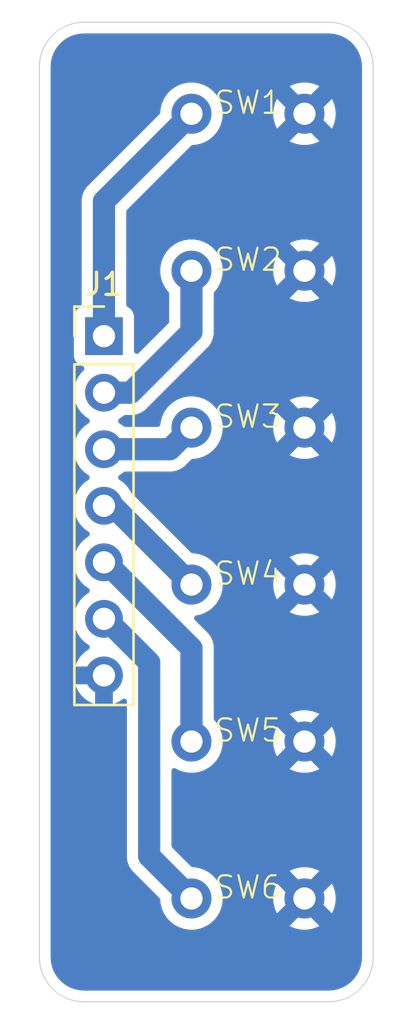
<source format=kicad_pcb>
(kicad_pcb (version 20240108) (generator "pcbnew") (generator_version "8.0")
  (title_block (title "Breadboard Tactile Push Button") (date "2024-06-14") (company "Perry Leumas"))
  (layers (0 "F.Cu" signal) (31 "B.Cu" signal) (34 "B.Paste" user) (35 "F.Paste" user) (36 "B.SilkS" user "B.Silkscreen") (37 "F.SilkS" user "F.Silkscreen") (38 "B.Mask" user) (39 "F.Mask" user) (44 "Edge.Cuts" user))
  (net 0 "")
  (net 1 "Net-(J1-Pin_1)")
  (net 2 "Net-(J1-Pin_6)")
  (net 3 "Net-(J1-Pin_5)")
  (net 4 "Net-(J1-Pin_3)")
  (net 5 "Net-(J1-Pin_2)")
  (net 6 "GND")
  (net 7 "Net-(J1-Pin_4)")
  (footprint "Connector_PinHeader_2.54mm:PinHeader_1x07_P2.54mm_Vertical" (layer "F.Cu") (at 138.9 53.1)
    (property "Reference" "J1" (at 0 -2.33 0) (layer "F.SilkS"))
    (property "Value" "Conn_01x07")
    (fp_line (start -1.33 -1.33) (end 0 -1.33) (stroke (width 0.12)) (layer "F.SilkS"))
    (fp_line (start -1.33 0) (end -1.33 -1.33) (stroke (width 0.12)) (layer "F.SilkS"))
    (fp_line (start -1.33 1.27) (end -1.33 16.57) (stroke (width 0.12)) (layer "F.SilkS"))
    (fp_line (start -1.33 1.27) (end 1.33 1.27) (stroke (width 0.12)) (layer "F.SilkS"))
    (fp_line (start -1.33 16.57) (end 1.33 16.57) (stroke (width 0.12)) (layer "F.SilkS"))
    (fp_line (start 1.33 1.27) (end 1.33 16.57) (stroke (width 0.12)) (layer "F.SilkS"))
    (pad "1" thru_hole rect (at 0 0) (size 1.7 1.7) (drill 1) (layers "*.Cu" "*.Mask") (net 1 "Net-(J1-Pin_1)"))
    (pad "2" thru_hole oval (at 0 2.54) (size 1.7 1.7) (drill 1) (layers "*.Cu" "*.Mask") (net 5 "Net-(J1-Pin_2)"))
    (pad "3" thru_hole oval (at 0 5.08) (size 1.7 1.7) (drill 1) (layers "*.Cu" "*.Mask") (net 4 "Net-(J1-Pin_3)"))
    (pad "4" thru_hole oval (at 0 7.62) (size 1.7 1.7) (drill 1) (layers "*.Cu" "*.Mask") (net 7 "Net-(J1-Pin_4)"))
    (pad "5" thru_hole oval (at 0 10.16) (size 1.7 1.7) (drill 1) (layers "*.Cu" "*.Mask") (net 3 "Net-(J1-Pin_5)"))
    (pad "6" thru_hole oval (at 0 12.7) (size 1.7 1.7) (drill 1) (layers "*.Cu" "*.Mask") (net 2 "Net-(J1-Pin_6)"))
    (pad "7" thru_hole oval (at 0 15.24) (size 1.7 1.7) (drill 1) (layers "*.Cu" "*.Mask") (net 6 "GND"))
  )
  (footprint "pl_Button_THT:push_button_6mm_2pin" (layer "F.Cu") (at 145.373 78.36)
    (property "Reference" "SW6" (at 0 -0.5 0) (layer "F.SilkS") (effects (font (thickness 0.1))))
    (property "Value" "SW_Push")
    (pad "1" thru_hole circle (at -2.54 0) (size 1.8 1.8) (drill 1) (layers "*.Cu" "*.Mask") (net 2 "Net-(J1-Pin_6)"))
    (pad "2" thru_hole circle (at 2.54 0) (size 1.8 1.8) (drill 1) (layers "*.Cu" "*.Mask") (net 6 "GND"))
  )
  (footprint "pl_Button_THT:push_button_6mm_2pin" (layer "F.Cu") (at 145.373 57.21)
    (property "Reference" "SW3" (at 0 -0.5 0) (layer "F.SilkS") (effects (font (thickness 0.1))))
    (property "Value" "SW_Push")
    (pad "1" thru_hole circle (at -2.54 0) (size 1.8 1.8) (drill 1) (layers "*.Cu" "*.Mask") (net 4 "Net-(J1-Pin_3)"))
    (pad "2" thru_hole circle (at 2.54 0) (size 1.8 1.8) (drill 1) (layers "*.Cu" "*.Mask") (net 6 "GND"))
  )
  (footprint "pl_Button_THT:push_button_6mm_2pin" (layer "F.Cu") (at 145.373 43.11)
    (property "Reference" "SW1" (at 0 -0.5 0) (layer "F.SilkS") (effects (font (thickness 0.1))))
    (property "Value" "SW_Push")
    (pad "1" thru_hole circle (at -2.54 0) (size 1.8 1.8) (drill 1) (layers "*.Cu" "*.Mask") (net 1 "Net-(J1-Pin_1)"))
    (pad "2" thru_hole circle (at 2.54 0) (size 1.8 1.8) (drill 1) (layers "*.Cu" "*.Mask") (net 6 "GND"))
  )
  (footprint "pl_Button_THT:push_button_6mm_2pin" (layer "F.Cu") (at 145.373 50.16)
    (property "Reference" "SW2" (at 0 -0.5 0) (layer "F.SilkS") (effects (font (thickness 0.1))))
    (property "Value" "SW_Push")
    (pad "1" thru_hole circle (at -2.54 0) (size 1.8 1.8) (drill 1) (layers "*.Cu" "*.Mask") (net 5 "Net-(J1-Pin_2)"))
    (pad "2" thru_hole circle (at 2.54 0) (size 1.8 1.8) (drill 1) (layers "*.Cu" "*.Mask") (net 6 "GND"))
  )
  (footprint "pl_Button_THT:push_button_6mm_2pin" (layer "F.Cu") (at 145.373 64.26)
    (property "Reference" "SW4" (at 0 -0.5 0) (layer "F.SilkS") (effects (font (thickness 0.1))))
    (property "Value" "SW_Push")
    (pad "1" thru_hole circle (at -2.54 0) (size 1.8 1.8) (drill 1) (layers "*.Cu" "*.Mask") (net 7 "Net-(J1-Pin_4)"))
    (pad "2" thru_hole circle (at 2.54 0) (size 1.8 1.8) (drill 1) (layers "*.Cu" "*.Mask") (net 6 "GND"))
  )
  (footprint "pl_Button_THT:push_button_6mm_2pin" (layer "F.Cu") (at 145.373 71.31)
    (property "Reference" "SW5" (at 0 -0.5 0) (layer "F.SilkS") (effects (font (thickness 0.1))))
    (property "Value" "SW_Push")
    (pad "1" thru_hole circle (at -2.54 0) (size 1.8 1.8) (drill 1) (layers "*.Cu" "*.Mask") (net 3 "Net-(J1-Pin_5)"))
    (pad "2" thru_hole circle (at 2.54 0) (size 1.8 1.8) (drill 1) (layers "*.Cu" "*.Mask") (net 6 "GND"))
  )
  (gr_arc (start 151 81) (mid 150.414214 82.414214) (end 149 83) (stroke (width 0.05)) (layer "Edge.Cuts"))
  (gr_line (start 151 41) (end 151 81) (stroke (width 0.05)) (layer "Edge.Cuts"))
  (gr_arc (start 136 41) (mid 136.585786 39.585786) (end 138 39) (stroke (width 0.05)) (layer "Edge.Cuts"))
  (gr_arc (start 138 83) (mid 136.585786 82.414214) (end 136 81) (stroke (width 0.05)) (layer "Edge.Cuts"))
  (gr_arc (start 149 39) (mid 150.414214 39.585786) (end 151 41) (stroke (width 0.05)) (layer "Edge.Cuts"))
  (gr_line (start 138 39) (end 149 39) (stroke (width 0.05)) (layer "Edge.Cuts"))
  (gr_line (start 149 83) (end 138 83) (stroke (width 0.05)) (layer "Edge.Cuts"))
  (gr_line (start 136 81) (end 136 41) (stroke (width 0.05)) (layer "Edge.Cuts"))
  (segment (start 138.9 47.043) (end 142.833 43.11) (width 1) (layer "B.Cu") (net 1))
  (segment (start 138.9 53.1) (end 138.9 47.043) (width 1) (layer "B.Cu") (net 1))
  (segment (start 138.9 65.8) (end 138.976296 65.8) (width 1) (layer "B.Cu") (net 2))
  (segment (start 140.933 67.756704) (end 140.933 76.46) (width 1) (layer "B.Cu") (net 2))
  (segment (start 138.976296 65.8) (end 140.933 67.756704) (width 1) (layer "B.Cu") (net 2))
  (segment (start 140.933 76.46) (end 142.833 78.36) (width 1) (layer "B.Cu") (net 2))
  (segment (start 138.976296 63.26) (end 142.833 67.116704) (width 1) (layer "B.Cu") (net 3))
  (segment (start 138.9 63.26) (end 138.976296 63.26) (width 1) (layer "B.Cu") (net 3))
  (segment (start 142.833 67.116704) (end 142.833 71.31) (width 1) (layer "B.Cu") (net 3))
  (segment (start 141.863 58.18) (end 142.833 57.21) (width 1) (layer "B.Cu") (net 4))
  (segment (start 138.9 58.18) (end 141.863 58.18) (width 1) (layer "B.Cu") (net 4))
  (segment (start 142.833 52.909081) (end 142.833 50.16) (width 1) (layer "B.Cu") (net 5))
  (segment (start 140.102081 55.64) (end 142.833 52.909081) (width 1) (layer "B.Cu") (net 5))
  (segment (start 138.9 55.64) (end 140.102081 55.64) (width 1) (layer "B.Cu") (net 5))
  (segment (start 139.293 60.72) (end 142.833 64.26) (width 1) (layer "B.Cu") (net 7))
  (segment (start 138.9 60.72) (end 139.293 60.72) (width 1) (layer "B.Cu") (net 7))
  (zone (net 6) (net_name "GND") (layer "B.Cu") (connect_pads (clearance 0.5)) (min_thickness 0.25) (fill yes (thermal_gap 0.5) (thermal_bridge_width 0.8))
    (polygon (pts (xy 135 38) (xy 152 38) (xy 152 84) (xy 135 84)))
  )
)
</source>
